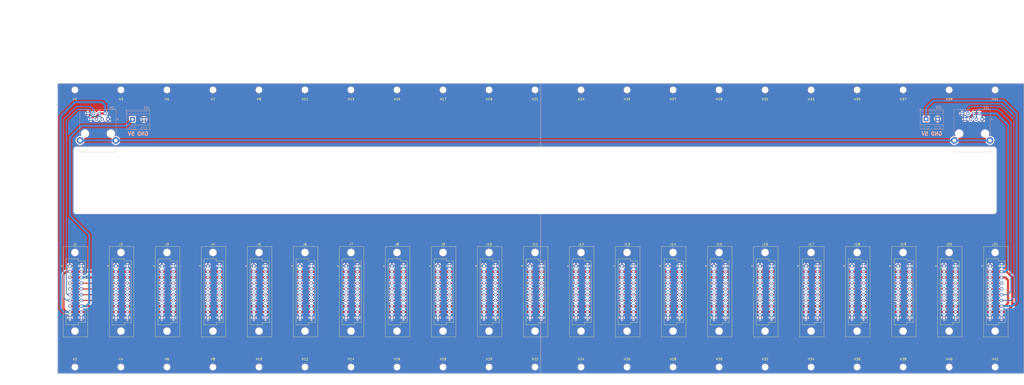
<source format=kicad_pcb>
(kicad_pcb (version 20221018) (generator pcbnew)
  (layers (0 "F.Cu" signal) (31 "B.Cu" signal) (34 "B.Paste" user) (35 "F.Paste" user) (36 "B.SilkS" user "B.Silkscreen") (37 "F.SilkS" user "F.Silkscreen") (38 "B.Mask" user) (39 "F.Mask" user) (44 "Edge.Cuts" user))
  (net 0 "")
  (net 1 "GND")
  (net 2 "+12V")
  (net 3 "+5V")
  (net 4 "RS485_B")
  (net 5 "RS485_A")
  (net 6 "RS485_INT_B")
  (net 7 "RS485_INT_A")
  (net 8 "SHIELD")
  (footprint "MountingHole:MountingHole_2.5mm" (layer "F.Cu") (at 347.98 279.7175)
    (fp_text reference "H32")
    (fp_text value "MountingHole")
  )
  (footprint "MountingHole:MountingHole_2.5mm" (layer "F.Cu") (at 307.34 157.1625)
    (fp_text reference "H27")
    (fp_text value "MountingHole")
  )
  (footprint "MountingHole:MountingHole_2.5mm" (layer "F.Cu") (at 43.18 157.1625)
    (fp_text reference "H1")
    (fp_text value "MountingHole")
  )
  (footprint "MountingHole:MountingHole_2.5mm" (layer "F.Cu") (at 246.38 279.7175)
    (fp_text reference "H22")
    (fp_text value "MountingHole")
  )
  (footprint "Connector_DIN:DIN41612_C3_2x10_Female_Vertical_THT" (layer "F.Cu") (at 183.18 235.005)
    (fp_text reference "J8")
    (fp_text value "DIN41612_02x10_AC")
  )
  (footprint "MountingHole:MountingHole_2.5mm" (layer "F.Cu") (at 368.3 279.7175)
    (fp_text reference "H34")
    (fp_text value "MountingHole")
  )
  (footprint "Connector_DIN:DIN41612_C3_2x10_Female_Vertical_THT" (layer "F.Cu") (at 386.38 235.005)
    (fp_text reference "J18")
    (fp_text value "DIN41612_02x10_AC")
  )
  (footprint "MountingHole:MountingHole_2.5mm" (layer "F.Cu") (at 449.58 157.1625)
    (fp_text reference "H41")
    (fp_text value "MountingHole")
  )
  (footprint "MountingHole:MountingHole_2.5mm" (layer "F.Cu") (at 124.46 279.7175)
    (fp_text reference "H10")
    (fp_text value "MountingHole")
  )
  (footprint "MountingHole:MountingHole_2.5mm" (layer "F.Cu") (at 246.38 157.1625)
    (fp_text reference "H21")
    (fp_text value "MountingHole")
  )
  (footprint "MountingHole:MountingHole_2.5mm" (layer "F.Cu") (at 388.62 279.7175)
    (fp_text reference "H36")
    (fp_text value "MountingHole")
  )
  (footprint "Connector_DIN:DIN41612_C3_2x10_Female_Vertical_THT" (layer "F.Cu") (at 244.14 235.005)
    (fp_text reference "J11")
    (fp_text value "DIN41612_02x10_AC")
  )
  (footprint "MountingHole:MountingHole_2.5mm" (layer "F.Cu") (at 429.26 157.1625)
    (fp_text reference "H39")
    (fp_text value "MountingHole")
  )
  (footprint "Connector_DIN:DIN41612_C3_2x10_Female_Vertical_THT" (layer "F.Cu") (at 345.74 235.005)
    (fp_text reference "J16")
    (fp_text value "DIN41612_02x10_AC")
  )
  (footprint "Connector_DIN:DIN41612_C3_2x10_Female_Vertical_THT" (layer "F.Cu") (at 61.26 235.005)
    (fp_text reference "J2")
    (fp_text value "DIN41612_02x10_AC")
  )
  (footprint "MountingHole:MountingHole_2.5mm" (layer "F.Cu") (at 43.18 279.7175)
    (fp_text reference "H2")
    (fp_text value "MountingHole")
  )
  (footprint "MountingHole:MountingHole_2.5mm" (layer "F.Cu") (at 205.74 279.7175)
    (fp_text reference "H18")
    (fp_text value "MountingHole")
  )
  (footprint "Connector_DIN:DIN41612_C3_2x10_Female_Vertical_THT" (layer "F.Cu") (at 122.22 235.005)
    (fp_text reference "J5")
    (fp_text value "DIN41612_02x10_AC")
  )
  (footprint "MountingHole:MountingHole_2.5mm" (layer "F.Cu") (at 104.14 279.7175)
    (fp_text reference "H8")
    (fp_text value "MountingHole")
  )
  (footprint "Connector_DIN:DIN41612_C3_2x10_Female_Vertical_THT" (layer "F.Cu") (at 223.82 235.005)
    (fp_text reference "J10")
    (fp_text value "DIN41612_02x10_AC")
  )
  (footprint "MountingHole:MountingHole_2.5mm" (layer "F.Cu") (at 165.1 279.7175)
    (fp_text reference "H14")
    (fp_text value "MountingHole")
  )
  (footprint "MountingHole:MountingHole_2.5mm" (layer "F.Cu") (at 83.82 279.7175)
    (fp_text reference "H6")
    (fp_text value "MountingHole")
  )
  (footprint "MountingHole:MountingHole_2.5mm" (layer "F.Cu") (at 429.26 279.7175)
    (fp_text reference "H40")
    (fp_text value "MountingHole")
  )
  (footprint "MountingHole:MountingHole_2.5mm" (layer "F.Cu") (at 449.58 279.7175)
    (fp_text reference "H42")
    (fp_text value "MountingHole")
  )
  (footprint "MountingHole:MountingHole_2.5mm" (layer "F.Cu") (at 104.14 157.1625)
    (fp_text reference "H7")
    (fp_text value "MountingHole")
  )
  (footprint "Connector_DIN:DIN41612_C3_2x10_Female_Vertical_THT" (layer "F.Cu") (at 203.5 235.005)
    (fp_text reference "J9")
    (fp_text value "DIN41612_02x10_AC")
  )
  (footprint "Connector_DIN:DIN41612_C3_2x10_Female_Vertical_THT" (layer "F.Cu") (at 427.02 235.005)
    (fp_text reference "J20")
    (fp_text value "DIN41612_02x10_AC")
  )
  (footprint "MountingHole:MountingHole_2.5mm" (layer "F.Cu") (at 266.7 157.1625)
    (fp_text reference "H23")
    (fp_text value "MountingHole")
  )
  (footprint "MountingHole:MountingHole_2.5mm" (layer "F.Cu") (at 124.46 157.1625)
    (fp_text reference "H9")
    (fp_text value "MountingHole")
  )
  (footprint "Connector_DIN:DIN41612_C3_2x10_Female_Vertical_THT" (layer "F.Cu") (at 81.58 235.005)
    (fp_text reference "J3")
    (fp_text value "DIN41612_02x10_AC")
  )
  (footprint "Connector_DIN:DIN41612_C3_2x10_Female_Vertical_THT" (layer "F.Cu") (at 40.94 235.005)
    (fp_text reference "J1")
    (fp_text value "DIN41612_02x10_AC")
  )
  (footprint "MountingHole:MountingHole_2.5mm" (layer "F.Cu") (at 63.5 279.7175)
    (fp_text reference "H4")
    (fp_text value "MountingHole")
  )
  (footprint "MountingHole:MountingHole_2.5mm" (layer "F.Cu") (at 327.66 279.7175)
    (fp_text reference "H30")
    (fp_text value "MountingHole")
  )
  (footprint "MountingHole:MountingHole_2.5mm" (layer "F.Cu") (at 226.06 157.1625)
    (fp_text reference "H19")
    (fp_text value "MountingHole")
  )
  (footprint "Connector_DIN:DIN41612_C3_2x10_Female_Vertical_THT" (layer "F.Cu") (at 142.54 235.005)
    (fp_text reference "J6")
    (fp_text value "DIN41612_02x10_AC")
  )
  (footprint "Connector_DIN:DIN41612_C3_2x10_Female_Vertical_THT" (layer "F.Cu") (at 406.7 235.005)
    (fp_text reference "J19")
    (fp_text value "DIN41612_02x10_AC")
  )
  (footprint "MountingHole:MountingHole_2.5mm" (layer "F.Cu") (at 388.62 157.1625)
    (fp_text reference "H35")
    (fp_text value "MountingHole")
  )
  (footprint "MountingHole:MountingHole_2.5mm" (layer "F.Cu") (at 266.7 279.7175)
    (fp_text reference "H24")
    (fp_text value "MountingHole")
  )
  (footprint "MountingHole:MountingHole_2.5mm" (layer "F.Cu") (at 307.34 279.7175)
    (fp_text reference "H28")
    (fp_text value "MountingHole")
  )
  (footprint "Connector_DIN:DIN41612_C3_2x10_Female_Vertical_THT" (layer "F.Cu") (at 325.42 235.005)
    (fp_text reference "J15")
    (fp_text value "DIN41612_02x10_AC")
  )
  (footprint "MountingHole:MountingHole_2.5mm" (layer "F.Cu") (at 185.42 279.7175)
    (fp_text reference "H16")
    (fp_text value "MountingHole")
  )
  (footprint "MountingHole:MountingHole_2.5mm" (layer "F.Cu") (at 226.06 279.7175)
    (fp_text reference "H20")
    (fp_text value "MountingHole")
  )
  (footprint "MountingHole:MountingHole_2.5mm" (layer "F.Cu") (at 144.78 279.7175)
    (fp_text reference "H12")
    (fp_text value "MountingHole")
  )
  (footprint "MountingHole:MountingHole_2.5mm" (layer "F.Cu") (at 408.94 157.1625)
    (fp_text reference "H37")
    (fp_text value "MountingHole")
  )
  (footprint "MountingHole:MountingHole_2.5mm" (layer "F.Cu") (at 347.98 157.1625)
    (fp_text reference "H31")
    (fp_text value "MountingHole")
  )
  (footprint "MountingHole:MountingHole_2.5mm" (layer "F.Cu") (at 63.5 157.1625)
    (fp_text reference "H3")
    (fp_text value "MountingHole")
  )
  (footprint "MountingHole:MountingHole_2.5mm" (layer "F.Cu") (at 165.1 157.1625)
    (fp_text reference "H13")
    (fp_text value "MountingHole")
  )
  (footprint "Connector_DIN:DIN41612_C3_2x10_Female_Vertical_THT" (layer "F.Cu") (at 305.1 235.005)
    (fp_text reference "J14")
    (fp_text value "DIN41612_02x10_AC")
  )
  (footprint "Connector_DIN:DIN41612_C3_2x10_Female_Vertical_THT" (layer "F.Cu") (at 264.46 235.005)
    (fp_text reference "J12")
    (fp_text value "DIN41612_02x10_AC")
  )
  (footprint "MountingHole:MountingHole_2.5mm" (layer "F.Cu") (at 205.74 157.1625)
    (fp_text reference "H17")
    (fp_text value "MountingHole")
  )
  (footprint "MountingHole:MountingHole_2.5mm" (layer "F.Cu") (at 83.82 157.1625)
    (fp_text reference "H5")
    (fp_text value "MountingHole")
  )
  (footprint "MountingHole:MountingHole_2.5mm" (layer "F.Cu") (at 185.42 157.1625)
    (fp_text reference "H15")
    (fp_text value "MountingHole")
  )
  (footprint "Connector_DIN:DIN41612_C3_2x10_Female_Vertical_THT" (layer "F.Cu") (at 162.86 235.005)
    (fp_text reference "J7")
    (fp_text value "DIN41612_02x10_AC")
  )
  (footprint "MountingHole:MountingHole_2.5mm" (layer "F.Cu") (at 144.78 157.1625)
    (fp_text reference "H11")
    (fp_text value "MountingHole")
  )
  (footprint "MountingHole:MountingHole_2.5mm" (layer "F.Cu") (at 368.3 157.1625)
    (fp_text reference "H33")
    (fp_text value "MountingHole")
  )
  (footprint "MountingHole:MountingHole_2.5mm" (layer "F.Cu") (at 327.66 157.1625)
    (fp_text reference "H29")
    (fp_text value "MountingHole")
  )
  (footprint "MountingHole:MountingHole_2.5mm" (layer "F.Cu") (at 287.02 279.7175)
    (fp_text reference "H26")
    (fp_text value "MountingHole")
  )
  (footprint "Connector_DIN:DIN41612_C3_2x10_Female_Vertical_THT" (layer "F.Cu") (at 366.06 235.005)
    (fp_text reference "J17")
    (fp_text value "DIN41612_02x10_AC")
  )
  (footprint "MountingHole:MountingHole_2.5mm" (layer "F.Cu") (at 408.94 279.7175)
    (fp_text reference "H38")
    (fp_text value "MountingHole")
  )
  (footprint "Connector_DIN:DIN41612_C3_2x10_Female_Vertical_THT" (layer "F.Cu") (at 447.34 235.005)
    (fp_text reference "J21")
    (fp_text value "DIN41612_02x10_AC")
  )
  (footprint "Connector_DIN:DIN41612_C3_2x10_Female_Vertical_THT" (layer "F.Cu") (at 101.9 235.005)
    (fp_text reference "J4")
    (fp_text value "DIN41612_02x10_AC")
  )
  (footprint "Connector_DIN:DIN41612_C3_2x10_Female_Vertical_THT" (layer "F.Cu") (at 284.78 235.005)
    (fp_text reference "J13")
    (fp_text value "DIN41612_02x10_AC")
  )
  (footprint "MountingHole:MountingHole_2.5mm" (layer "F.Cu") (at 287.02 157.1625)
    (fp_text reference "H25")
    (fp_text value "MountingHole")
  )
  (footprint "kiu:GDLX-S-88K" (layer "B.Cu") (at 439.42 179.503 180)
    (fp_text reference "J25")
    (fp_text value "RJ45_Shielded")
  )
  (footprint "TerminalBlock_RND:TerminalBlock_RND_205-00232_1x02_P5.08mm_Horizontal" (layer "B.Cu") (at 68.575 170.18)
    (fp_text reference "J22")
    (fp_text value "Screw_Terminal_01x02")
  )
  (footprint "kiu:GDLX-S-88K" (layer "B.Cu") (at 53.34 179.503 180)
    (fp_text reference "J24")
    (fp_text value "RJ45_Shielded")
  )
  (footprint "TerminalBlock_RND:TerminalBlock_RND_205-00232_1x02_P5.08mm_Horizontal" (layer "B.Cu") (at 419.095 170.005)
    (fp_text reference "J23")
    (fp_text value "Screw_Terminal_01x02")
  )
  (gr_line (start 43.815 212.09) (end 448.945 212.09) (stroke (width 0.1)) (layer "Edge.Cuts"))
  (gr_line (start 35.56 282.575) (end 35.56 154.305) (stroke (width 0.1)) (layer "Edge.Cuts"))
  (gr_line (start 450.215 210.82) (end 450.215 183.515) (stroke (width 0.1)) (layer "Edge.Cuts"))
  (gr_line (start 42.545 183.515) (end 42.545 210.82) (stroke (width 0.1)) (layer "Edge.Cuts"))
  (gr_arc (start 42.545 183.515) (mid 42.916974 182.616974) (end 43.815 182.245) (stroke (width 0.1)) (layer "Edge.Cuts"))
  (gr_line (start 448.945 182.245) (end 43.815 182.245) (stroke (width 0.1)) (layer "Edge.Cuts"))
  (gr_arc (start 450.215 210.82) (mid 449.843026 211.718026) (end 448.945 212.09) (stroke (width 0.1)) (layer "Edge.Cuts"))
  (gr_line (start 35.56 154.305) (end 462.28 154.305) (stroke (width 0.1)) (layer "Edge.Cuts"))
  (gr_line (start 462.28 282.575) (end 462.28 154.305) (stroke (width 0.1)) (layer "Edge.Cuts"))
  (gr_arc (start 448.945 182.245) (mid 449.843026 182.616974) (end 450.215 183.515) (stroke (width 0.1)) (layer "Edge.Cuts"))
  (gr_arc (start 43.815 212.09) (mid 42.916974 211.718026) (end 42.545 210.82) (stroke (width 0.1)) (layer "Edge.Cuts"))
  (gr_line (start 35.56 282.575) (end 462.28 282.575) (stroke (width 0.1)) (layer "Edge.Cuts"))
  (gr_text "GND 5V" (at 421.64 176.53) (layer "B.SilkS") (effects (font (size 1.6 1.6) (thickness 0.4) bold) (justify mirror)))
  (gr_text "GND 5V" (at 71.12 176.53) (layer "B.SilkS") (effects (font (size 1.6 1.6) (thickness 0.4) bold) (justify mirror)))
  (segment (start 52.705 170.105) (end 52.705 168.835) (width 1) (layer "F.Cu") (net 2))
  (segment (start 438.785 168.835) (end 440.055 167.565) (width 1) (layer "F.Cu") (net 2))
  (segment (start 452.42 237.545) (end 40.94 237.545) (width 1) (layer "F.Cu") (net 2))
  (segment (start 452.42 237.545) (end 454.715 237.545) (width 1) (layer "F.Cu") (net 2))
  (segment (start 38.1 238.76) (end 38.1 254) (width 1) (layer "F.Cu") (net 2))
  (segment (start 457.2 240.03) (end 457.2 252.73) (width 1) (layer "F.Cu") (net 2))
  (segment (start 56.515 167.565) (end 53.975 167.565) (width 1) (layer "F.Cu") (net 2))
  (segment (start 39.425 255.325) (end 40.94 255.325) (width 1) (layer "F.Cu") (net 2))
  (segment (start 457.2 252.73) (end 454.605 255.325) (width 1) (layer "F.Cu") (net 2))
  (segment (start 40.94 237.545) (end 39.315 237.545) (width 1) (layer "F.Cu") (net 2))
  (segment (start 38.1 254) (end 39.425 255.325) (width 1) (layer "F.Cu") (net 2))
  (segment (start 442.595 167.565) (end 440.055 167.565) (width 1) (layer "F.Cu") (net 2))
  (segment (start 454.715 237.545) (end 457.2 240.03) (width 1) (layer "F.Cu") (net 2))
  (segment (start 438.785 170.105) (end 438.785 168.835) (width 1) (layer "F.Cu") (net 2))
  (segment (start 454.605 255.325) (end 452.42 255.325) (width 1) (layer "F.Cu") (net 2))
  (segment (start 452.42 255.325) (end 40.94 255.325) (width 1) (layer "F.Cu") (net 2))
  (segment (start 39.315 237.545) (end 38.1 238.76) (width 1) (layer "F.Cu") (net 2))
  (segment (start 52.705 168.835) (end 53.975 167.565) (width 1) (layer "F.Cu") (net 2))
  (segment (start 56.515 163.83) (end 55.245 162.56) (width 1) (layer "B.Cu") (net 2))
  (segment (start 36.83 168.91) (end 36.83 254) (width 1) (layer "B.Cu") (net 2))
  (segment (start 453.97 237.545) (end 452.42 237.545) (width 1) (layer "B.Cu") (net 2))
  (segment (start 455.295 231.775) (end 455.295 180.34) (width 1) (layer "B.Cu") (net 2))
  (segment (start 455.295 172.72) (end 455.295 180.34) (width 1) (layer "B.Cu") (net 2))
  (segment (start 56.515 167.565) (end 56.515 163.83) (width 1) (layer "B.Cu") (net 2))
  (segment (start 36.83 254) (end 38.155 255.325) (width 1) (layer "B.Cu") (net 2))
  (segment (start 442.595 167.565) (end 450.14 167.565) (width 1) (layer "B.Cu") (net 2))
  (segment (start 450.14 167.565) (end 455.295 172.72) (width 1) (layer "B.Cu") (net 2))
  (segment (start 55.245 162.56) (end 43.18 162.56) (width 1) (layer "B.Cu") (net 2))
  (segment (start 455.295 231.775) (end 455.295 236.22) (width 1) (layer "B.Cu") (net 2))
  (segment (start 38.155 255.325) (end 40.94 255.325) (width 1) (layer "B.Cu") (net 2))
  (segment (start 43.18 162.56) (end 36.83 168.91) (width 1) (layer "B.Cu") (net 2))
  (segment (start 455.295 236.22) (end 453.97 237.545) (width 1) (layer "B.Cu") (net 2))
  (segment (start 452.42 252.785) (end 40.94 252.785) (width 1) (layer "F.Cu") (net 3))
  (segment (start 452.42 240.085) (end 454.08 240.085) (width 1) (layer "F.Cu") (net 3))
  (segment (start 454.08 240.085) (end 455.295 241.3) (width 1) (layer "F.Cu") (net 3))
  (segment (start 452.42 240.085) (end 40.94 240.085) (width 1) (layer "F.Cu") (net 3))
  (segment (start 455.295 251.46) (end 453.97 252.785) (width 1) (layer "F.Cu") (net 3))
  (segment (start 453.97 252.785) (end 452.42 252.785) (width 1) (layer "F.Cu") (net 3))
  (segment (start 455.295 241.3) (end 455.295 251.46) (width 1) (layer "F.Cu") (net 3))
  (segment (start 459.105 167.64) (end 453.39 161.925) (width 1) (layer "B.Cu") (net 3))
  (segment (start 46.02 252.785) (end 48.205 252.785) (width 1) (layer "B.Cu") (net 3))
  (segment (start 68.575 170.18) (end 65.72 173.035) (width 1) (layer "B.Cu") (net 3))
  (segment (start 459.105 250.825) (end 459.105 167.64) (width 1) (layer "B.Cu") (net 3))
  (segment (start 41.005 178.07) (end 41.005 212.725) (width 1) (layer "B.Cu") (net 3))
  (segment (start 65.72 173.035) (end 46.04 173.035) (width 1) (layer "B.Cu") (net 3))
  (segment (start 48.205 240.085) (end 46.02 240.085) (width 1) (layer "B.Cu") (net 3))
  (segment (start 49.53 251.46) (end 49.53 238.76) (width 1) (layer "B.Cu") (net 3))
  (segment (start 419.095 165.105) (end 419.095 170.005) (width 1) (layer "B.Cu") (net 3))
  (segment (start 453.39 161.925) (end 422.275 161.925) (width 1) (layer "B.Cu") (net 3))
  (segment (start 457.145 252.785) (end 459.105 250.825) (width 1) (layer "B.Cu") (net 3))
  (segment (start 46.04 173.035) (end 41.005 178.07) (width 1) (layer "B.Cu") (net 3))
  (segment (start 41.005 212.725) (end 49.53 221.25) (width 1) (layer "B.Cu") (net 3))
  (segment (start 422.275 161.925) (end 419.095 165.105) (width 1) (layer "B.Cu") (net 3))
  (segment (start 48.205 252.785) (end 49.53 251.46) (width 1) (layer "B.Cu") (net 3))
  (segment (start 49.53 238.76) (end 48.205 240.085) (width 1) (layer "B.Cu") (net 3))
  (segment (start 452.42 252.785) (end 457.145 252.785) (width 1) (layer "B.Cu") (net 3))
  (segment (start 49.53 221.25) (end 49.53 238.76) (width 1) (layer "B.Cu") (net 3))
  (segment (start 452.42 250.245) (end 40.94 250.245) (width 0.5) (layer "F.Cu") (net 4))
  (segment (start 438.785 164.465) (end 437.515 165.735) (width 0.5) (layer "B.Cu") (net 4))
  (segment (start 456.51 250.245) (end 457.835 248.92) (width 0.5) (layer "B.Cu") (net 4))
  (segment (start 50.165 164.465) (end 43.815 164.465) (width 0.5) (layer "B.Cu") (net 4))
  (segment (start 452.42 250.245) (end 456.51 250.245) (width 0.5) (layer "B.Cu") (net 4))
  (segment (start 437.515 165.735) (end 437.515 167.565) (width 0.5) (layer "B.Cu") (net 4))
  (segment (start 457.835 248.92) (end 457.835 170.18) (width 0.5) (layer "B.Cu") (net 4))
  (segment (start 43.815 164.465) (end 38.1 170.18) (width 0.5) (layer "B.Cu") (net 4))
  (segment (start 38.1 248.92) (end 39.425 250.245) (width 0.5) (layer "B.Cu") (net 4))
  (segment (start 457.835 170.18) (end 452.12 164.465) (width 0.5) (layer "B.Cu") (net 4))
  (segment (start 39.425 250.245) (end 40.94 250.245) (width 0.5) (layer "B.Cu") (net 4))
  (segment (start 51.435 167.565) (end 51.435 165.735) (width 0.5) (layer "B.Cu") (net 4))
  (segment (start 38.1 170.18) (end 38.1 248.92) (width 0.5) (layer "B.Cu") (net 4))
  (segment (start 452.12 164.465) (end 438.785 164.465) (width 0.5) (layer "B.Cu") (net 4))
  (segment (start 51.435 165.735) (end 50.165 164.465) (width 0.5) (layer "B.Cu") (net 4))
  (segment (start 452.42 247.705) (end 40.94 247.705) (width 0.5) (layer "F.Cu") (net 5))
  (segment (start 44.45 165.735) (end 39.37 170.815) (width 0.5) (layer "B.Cu") (net 5))
  (segment (start 55.245 170.105) (end 55.245 169.825051) (width 0.5) (layer "B.Cu") (net 5))
  (segment (start 39.37 247.015) (end 40.06 247.705) (width 0.5) (layer "B.Cu") (net 5))
  (segment (start 49.53 165.735) (end 44.45 165.735) (width 0.5) (layer "B.Cu") (net 5))
  (segment (start 50.165 168.275) (end 50.165 166.37) (width 0.5) (layer "B.Cu") (net 5))
  (segment (start 39.37 170.815) (end 39.37 247.015) (width 0.5) (layer "B.Cu") (net 5))
  (segment (start 456.565 246.38) (end 456.565 171.45) (width 0.5) (layer "B.Cu") (net 5))
  (segment (start 441.96 165.735) (end 441.325 166.37) (width 0.5) (layer "B.Cu") (net 5))
  (segment (start 455.24 247.705) (end 456.565 246.38) (width 0.5) (layer "B.Cu") (net 5))
  (segment (start 40.06 247.705) (end 40.94 247.705) (width 0.5) (layer "B.Cu") (net 5))
  (segment (start 456.565 171.45) (end 450.85 165.735) (width 0.5) (layer "B.Cu") (net 5))
  (segment (start 50.735 168.845) (end 50.165 168.275) (width 0.5) (layer "B.Cu") (net 5))
  (segment (start 452.42 247.705) (end 455.24 247.705) (width 0.5) (layer "B.Cu") (net 5))
  (segment (start 450.85 165.735) (end 441.96 165.735) (width 0.5) (layer "B.Cu") (net 5))
  (segment (start 55.245 169.825051) (end 54.264949 168.845) (width 0.5) (layer "B.Cu") (net 5))
  (segment (start 441.325 166.37) (end 441.325 170.105) (width 0.5) (layer "B.Cu") (net 5))
  (segment (start 50.165 166.37) (end 49.53 165.735) (width 0.5) (layer "B.Cu") (net 5))
  (segment (start 54.264949 168.845) (end 50.735 168.845) (width 0.5) (layer "B.Cu") (net 5))
  (segment (start 452.42 245.165) (end 40.94 245.165) (width 0.5) (layer "F.Cu") (net 6))
  (segment (start 452.42 242.625) (end 40.94 242.625) (width 0.5) (layer "F.Cu") (net 7))
  (segment (start 61.216 179.503) (end 61.214 179.505) (width 1) (layer "B.Cu") (net 8))
  (segment (start 61.214 179.505) (end 45.468 179.505) (width 1) (layer "B.Cu") (net 8))
  (segment (start 447.294 179.505) (end 431.548 179.505) (width 1) (layer "B.Cu") (net 8))
  (segment (start 431.548 179.505) (end 431.546 179.503) (width 1) (layer "B.Cu") (net 8))
  (segment (start 45.468 179.505) (end 45.466 179.503) (width 1) (layer "B.Cu") (net 8))
  (segment (start 431.546 179.503) (end 61.216 179.503) (width 1) (layer "B.Cu") (net 8))
  (zone (net 1) (net_name "GND") (layers "F&B.Cu") (priority 1) (connect_pads (clearance 0.5)) (min_thickness 0.25) (fill yes (thermal_gap 0.5) (thermal_bridge_width 0.5))
    (polygon (pts (xy 35.56 154.305) (xy 462.28 154.305) (xy 462.28 282.575) (xy 35.56 282.575)))
  )
)
</source>
